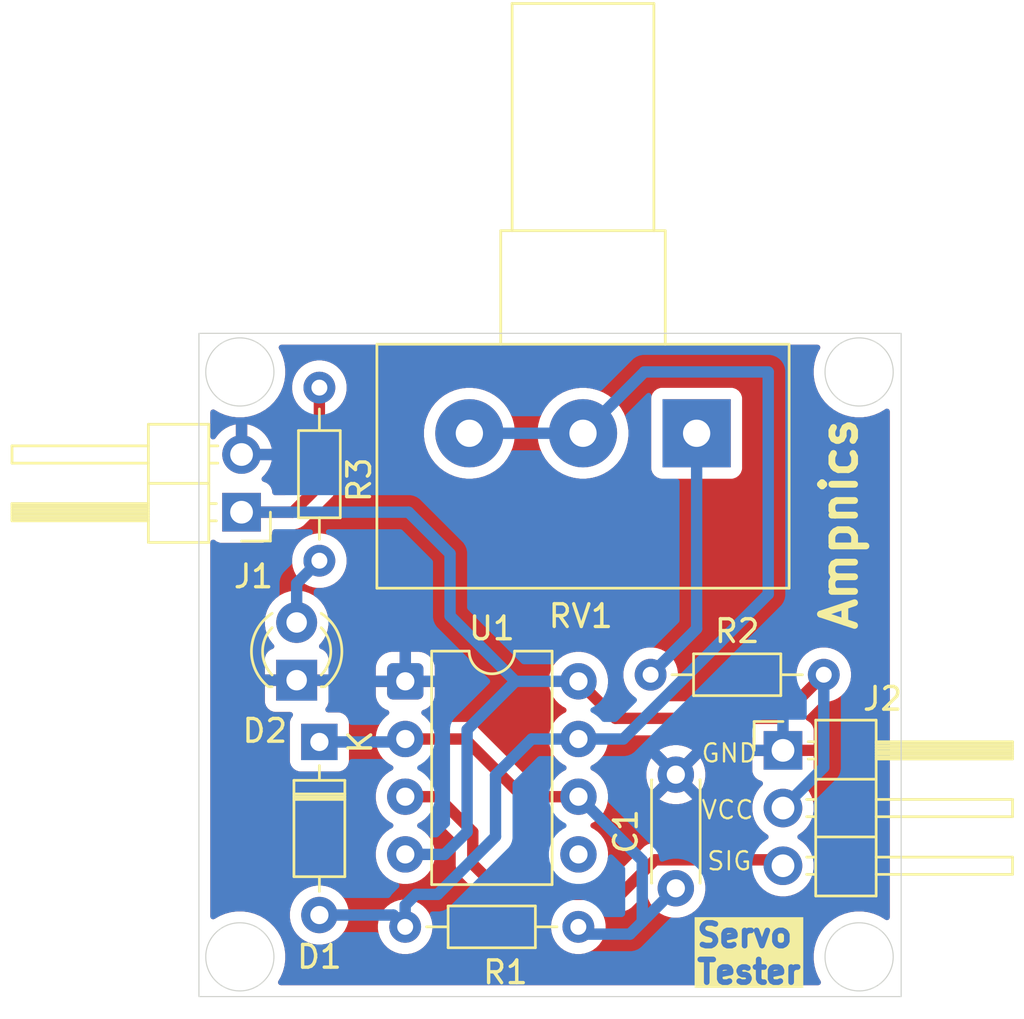
<source format=kicad_pcb>
(kicad_pcb (version 20241229) (generator "pcbnew") (generator_version "9.0")
  (layers (0 "F.Cu" signal) (2 "B.Cu" signal) (13 "F.Paste" user) (15 "B.Paste" user) (5 "F.SilkS" user "F.Silkscreen") (7 "B.SilkS" user "B.Silkscreen") (1 "F.Mask" user) (3 "B.Mask" user) (25 "Edge.Cuts" user))
  (net 0 "")
  (net 1 "GND")
  (net 2 "Net-(D1-A)")
  (net 3 "Net-(D2-A)")
  (net 4 "/VCC")
  (net 5 "/SIG")
  (net 7 "Net-(D1-K)")
  (net 8 "Net-(R2-Pad1)")
  (footprint "Resistor_THT:R_Axial_DIN0204_L3.6mm_D1.6mm_P7.62mm_Horizontal" (layer "F.Cu") (at 127.575 82.33)
    (property "Reference" "R2" (at 3.81 -1.92 0) (layer "F.SilkS"))
    (property "Value" "56K")
    (fp_line (start 0.94 0) (end 1.89 0) (stroke (width 0.12)) (layer "F.SilkS"))
    (fp_line (start 1.89 -0.92) (end 1.89 0.92) (stroke (width 0.12)) (layer "F.SilkS"))
    (fp_line (start 1.89 0.92) (end 5.73 0.92) (stroke (width 0.12)) (layer "F.SilkS"))
    (fp_line (start 5.73 -0.92) (end 1.89 -0.92) (stroke (width 0.12)) (layer "F.SilkS"))
    (fp_line (start 5.73 0.92) (end 5.73 -0.92) (stroke (width 0.12)) (layer "F.SilkS"))
    (fp_line (start 6.68 0) (end 5.73 0) (stroke (width 0.12)) (layer "F.SilkS"))
    (pad "1" thru_hole circle (at 0 0) (size 1.4 1.4) (drill 0.7) (layers "*.Cu" "*.Mask") (net 8 "Net-(R2-Pad1)"))
    (pad "2" thru_hole oval (at 7.62 0) (size 1.4 1.4) (drill 0.7) (layers "*.Cu" "*.Mask") (net 4 "/VCC"))
  )
  (footprint "Resistor_THT:R_Axial_DIN0204_L3.6mm_D1.6mm_P7.62mm_Horizontal" (layer "F.Cu") (at 113 69.69 -90)
    (property "Reference" "R3" (at 4.06 -1.75 90) (layer "F.SilkS"))
    (property "Value" "1K")
    (fp_line (start 1.89 0.92) (end 5.73 0.92) (stroke (width 0.12)) (layer "F.SilkS"))
    (fp_line (start 5.73 0.92) (end 5.73 -0.92) (stroke (width 0.12)) (layer "F.SilkS"))
    (fp_line (start 0.94 0) (end 1.89 0) (stroke (width 0.12)) (layer "F.SilkS"))
    (fp_line (start 6.68 0) (end 5.73 0) (stroke (width 0.12)) (layer "F.SilkS"))
    (fp_line (start 1.89 -0.92) (end 1.89 0.92) (stroke (width 0.12)) (layer "F.SilkS"))
    (fp_line (start 5.73 -0.92) (end 1.89 -0.92) (stroke (width 0.12)) (layer "F.SilkS"))
    (pad "1" thru_hole circle (at 0 0 270) (size 1.4 1.4) (drill 0.7) (layers "*.Cu" "*.Mask") (net 4 "/VCC"))
    (pad "2" thru_hole oval (at 7.62 0 270) (size 1.4 1.4) (drill 0.7) (layers "*.Cu" "*.Mask") (net 3 "Net-(D2-A)"))
  )
  (footprint "Capacitor_THT:C_Disc_D4.3mm_W1.9mm_P5.00mm" (layer "F.Cu") (at 128.685 91.73 90)
    (property "Reference" "C1" (at 2.5 -2.2 90) (layer "F.SilkS"))
    (property "Value" "22nF")
    (fp_line (start 4.77 -1.07) (end 4.77 -1.055) (stroke (width 0.12)) (layer "F.SilkS"))
    (fp_line (start 0.23 -1.07) (end 4.77 -1.07) (stroke (width 0.12)) (layer "F.SilkS"))
    (fp_line (start 0.23 -1.07) (end 0.23 -1.055) (stroke (width 0.12)) (layer "F.SilkS"))
    (fp_line (start 4.77 1.055) (end 4.77 1.07) (stroke (width 0.12)) (layer "F.SilkS"))
    (fp_line (start 0.23 1.055) (end 0.23 1.07) (stroke (width 0.12)) (layer "F.SilkS"))
    (fp_line (start 0.23 1.07) (end 4.77 1.07) (stroke (width 0.12)) (layer "F.SilkS"))
    (pad "1" thru_hole circle (at 0 0 90) (size 1.6 1.6) (drill 0.8) (layers "*.Cu" "*.Mask") (net 7 "Net-(D1-K)"))
    (pad "2" thru_hole circle (at 5 0 90) (size 1.6 1.6) (drill 0.8) (layers "*.Cu" "*.Mask") (net 1 "GND"))
  )
  (footprint "Connector_PinHeader_2.54mm:PinHeader_1x03_P2.54mm_Horizontal" (layer "F.Cu") (at 133.4 85.66)
    (property "Reference" "J2" (at 4.385 -2.27 0) (layer "F.SilkS"))
    (property "Value" "Conn_01x03_Pin")
    (fp_line (start -1.27 -1.27) (end 0 -1.27) (stroke (width 0.12)) (layer "F.SilkS"))
    (fp_line (start -1.27 0) (end -1.27 -1.27) (stroke (width 0.12)) (layer "F.SilkS"))
    (fp_line (start 1.042929 2.16) (end 1.44 2.16) (stroke (width 0.12)) (layer "F.SilkS"))
    (fp_line (start 1.042929 2.92) (end 1.44 2.92) (stroke (width 0.12)) (layer "F.SilkS"))
    (fp_line (start 1.042929 4.7) (end 1.44 4.7) (stroke (width 0.12)) (layer "F.SilkS"))
    (fp_line (start 1.042929 5.46) (end 1.44 5.46) (stroke (width 0.12)) (layer "F.SilkS"))
    (fp_line (start 1.11 -0.38) (end 1.44 -0.38) (stroke (width 0.12)) (layer "F.SilkS"))
    (fp_line (start 1.11 0.38) (end 1.44 0.38) (stroke (width 0.12)) (layer "F.SilkS"))
    (fp_line (start 1.44 -1.33) (end 1.44 6.41) (stroke (width 0.12)) (layer "F.SilkS"))
    (fp_line (start 1.44 1.27) (end 4.1 1.27) (stroke (width 0.12)) (layer "F.SilkS"))
    (fp_line (start 1.44 3.81) (end 4.1 3.81) (stroke (width 0.12)) (layer "F.SilkS"))
    (fp_line (start 1.44 6.41) (end 4.1 6.41) (stroke (width 0.12)) (layer "F.SilkS"))
    (fp_line (start 4.1 -1.33) (end 1.44 -1.33) (stroke (width 0.12)) (layer "F.SilkS"))
    (fp_line (start 4.1 -0.38) (end 10.1 -0.38) (stroke (width 0.12)) (layer "F.SilkS"))
    (fp_line (start 4.1 -0.32) (end 10.1 -0.32) (stroke (width 0.12)) (layer "F.SilkS"))
    (fp_line (start 4.1 -0.2) (end 10.1 -0.2) (stroke (width 0.12)) (layer "F.SilkS"))
    (fp_line (start 4.1 -0.08) (end 10.1 -0.08) (stroke (width 0.12)) (layer "F.SilkS"))
    (fp_line (start 4.1 0.04) (end 10.1 0.04) (stroke (width 0.12)) (layer "F.SilkS"))
    (fp_line (start 4.1 0.16) (end 10.1 0.16) (stroke (width 0.12)) (layer "F.SilkS"))
    (fp_line (start 4.1 0.28) (end 10.1 0.28) (stroke (width 0.12)) (layer "F.SilkS"))
    (fp_line (start 4.1 2.16) (end 10.1 2.16) (stroke (width 0.12)) (layer "F.SilkS"))
    (fp_line (start 4.1 4.7) (end 10.1 4.7) (stroke (width 0.12)) (layer "F.SilkS"))
    (fp_line (start 4.1 6.41) (end 4.1 -1.33) (stroke (width 0.12)) (layer "F.SilkS"))
    (fp_line (start 10.1 -0.38) (end 10.1 0.38) (stroke (width 0.12)) (layer "F.SilkS"))
    (fp_line (start 10.1 0.38) (end 4.1 0.38) (stroke (width 0.12)) (layer "F.SilkS"))
    (fp_line (start 10.1 2.16) (end 10.1 2.92) (stroke (width 0.12)) (layer "F.SilkS"))
    (fp_line (start 10.1 2.92) (end 4.1 2.92) (stroke (width 0.12)) (layer "F.SilkS"))
    (fp_line (start 10.1 4.7) (end 10.1 5.46) (stroke (width 0.12)) (layer "F.SilkS"))
    (fp_line (start 10.1 5.46) (end 4.1 5.46) (stroke (width 0.12)) (layer "F.SilkS"))
    (pad "1" thru_hole rect (at 0 0) (size 1.7 1.7) (drill 1) (layers "*.Cu" "*.Mask") (net 1 "GND"))
    (pad "2" thru_hole oval (at 0 2.54) (size 1.7 1.7) (drill 1) (layers "*.Cu" "*.Mask") (net 4 "/VCC"))
    (pad "3" thru_hole oval (at 0 5.08) (size 1.7 1.7) (drill 1) (layers "*.Cu" "*.Mask") (net 5 "/SIG"))
  )
  (footprint "Package_DIP:DIP-8_W7.62mm" (layer "F.Cu") (at 116.78 82.62)
    (property "Reference" "U1" (at 3.81 -2.33 0) (layer "F.SilkS"))
    (property "Value" "NE555P")
    (fp_line (start 1.16 -1.33) (end 1.16 8.95) (stroke (width 0.12)) (layer "F.SilkS"))
    (fp_line (start 1.16 8.95) (end 6.46 8.95) (stroke (width 0.12)) (layer "F.SilkS"))
    (fp_line (start 2.81 -1.33) (end 1.16 -1.33) (stroke (width 0.12)) (layer "F.SilkS"))
    (fp_line (start 6.46 -1.33) (end 4.81 -1.33) (stroke (width 0.12)) (layer "F.SilkS"))
    (fp_line (start 6.46 8.95) (end 6.46 -1.33) (stroke (width 0.12)) (layer "F.SilkS"))
    (fp_arc (start 4.81 -1.33) (mid 3.81 -0.33) (end 2.81 -1.33) (stroke (width 0.12)) (layer "F.SilkS"))
    (pad "1" thru_hole roundrect (at 0 0) (size 1.6 1.6) (drill 0.8) (layers "*.Cu" "*.Mask") (roundrect_rratio 0.15625) (net 1 "GND"))
    (pad "2" thru_hole circle (at 0 2.54) (size 1.6 1.6) (drill 0.8) (layers "*.Cu" "*.Mask") (net 7 "Net-(D1-K)"))
    (pad "3" thru_hole circle (at 0 5.08) (size 1.6 1.6) (drill 0.8) (layers "*.Cu" "*.Mask") (net 5 "/SIG"))
    (pad "4" thru_hole circle (at 0 7.62) (size 1.6 1.6) (drill 0.8) (layers "*.Cu" "*.Mask") (net 4 "/VCC"))
    (pad "5" thru_hole circle (at 7.62 7.62) (size 1.6 1.6) (drill 0.8) (layers "*.Cu" "*.Mask"))
    (pad "6" thru_hole circle (at 7.62 5.08) (size 1.6 1.6) (drill 0.8) (layers "*.Cu" "*.Mask") (net 7 "Net-(D1-K)"))
    (pad "7" thru_hole circle (at 7.62 2.54) (size 1.6 1.6) (drill 0.8) (layers "*.Cu" "*.Mask") (net 2 "Net-(D1-A)"))
    (pad "8" thru_hole circle (at 7.62 0) (size 1.6 1.6) (drill 0.8) (layers "*.Cu" "*.Mask") (net 4 "/VCC"))
  )
  (footprint "Resistor_THT:R_Axial_DIN0204_L3.6mm_D1.6mm_P7.62mm_Horizontal" (layer "F.Cu") (at 116.775 93.43)
    (property "Reference" "R1" (at 4.41 2 0) (layer "F.SilkS"))
    (property "Value" "3M3")
    (fp_line (start 0.94 0) (end 1.89 0) (stroke (width 0.12)) (layer "F.SilkS"))
    (fp_line (start 1.89 -0.92) (end 1.89 0.92) (stroke (width 0.12)) (layer "F.SilkS"))
    (fp_line (start 1.89 0.92) (end 5.73 0.92) (stroke (width 0.12)) (layer "F.SilkS"))
    (fp_line (start 5.73 -0.92) (end 1.89 -0.92) (stroke (width 0.12)) (layer "F.SilkS"))
    (fp_line (start 5.73 0.92) (end 5.73 -0.92) (stroke (width 0.12)) (layer "F.SilkS"))
    (fp_line (start 6.68 0) (end 5.73 0) (stroke (width 0.12)) (layer "F.SilkS"))
    (pad "1" thru_hole circle (at 0 0) (size 1.4 1.4) (drill 0.7) (layers "*.Cu" "*.Mask") (net 2 "Net-(D1-A)"))
    (pad "2" thru_hole oval (at 7.62 0) (size 1.4 1.4) (drill 0.7) (layers "*.Cu" "*.Mask") (net 7 "Net-(D1-K)"))
  )
  (footprint "LED_THT:LED_D3.0mm" (layer "F.Cu") (at 112 82.57 90)
    (property "Reference" "D2" (at -2.23 -1.4 180) (layer "F.SilkS"))
    (property "Value" "LED")
    (fp_line (start -0.29 -1.236) (end -0.29 -1.08) (stroke (width 0.12)) (layer "F.SilkS"))
    (fp_line (start -0.29 1.08) (end -0.29 1.236) (stroke (width 0.12)) (layer "F.SilkS"))
    (fp_arc (start -0.29 -1.235516) (mid 1.365624 -1.987701) (end 2.941397 -1.080061) (stroke (width 0.12)) (layer "F.SilkS"))
    (fp_arc (start 0.229039 -1.08) (mid 1.269964 -1.5) (end 2.31091 -1.080049) (stroke (width 0.12)) (layer "F.SilkS"))
    (fp_arc (start 2.31091 1.080049) (mid 1.269964 1.5) (end 0.229039 1.08) (stroke (width 0.12)) (layer "F.SilkS"))
    (fp_arc (start 2.941397 1.080061) (mid 1.365624 1.987701) (end -0.29 1.235516) (stroke (width 0.12)) (layer "F.SilkS"))
    (pad "1" thru_hole rect (at 0 0 90) (size 1.8 1.8) (drill 0.9) (layers "*.Cu" "*.Mask") (net 1 "GND"))
    (pad "2" thru_hole circle (at 2.54 0 90) (size 1.8 1.8) (drill 0.9) (layers "*.Cu" "*.Mask") (net 3 "Net-(D2-A)"))
  )
  (footprint "Diode_THT:D_DO-35_SOD27_P7.62mm_Horizontal" (layer "F.Cu") (at 113 85.29 -90)
    (property "Reference" "D1" (at 9.46 0 180) (layer "F.SilkS"))
    (property "Value" "1N4148")
    (fp_line (start 1.69 1.12) (end 5.93 1.12) (stroke (width 0.12)) (layer "F.SilkS"))
    (fp_line (start 5.93 1.12) (end 5.93 -1.12) (stroke (width 0.12)) (layer "F.SilkS"))
    (fp_line (start 1.04 0) (end 1.69 0) (stroke (width 0.12)) (layer "F.SilkS"))
    (fp_line (start 6.58 0) (end 5.93 0) (stroke (width 0.12)) (layer "F.SilkS"))
    (fp_line (start 1.69 -1.12) (end 1.69 1.12) (stroke (width 0.12)) (layer "F.SilkS"))
    (fp_line (start 2.29 -1.12) (end 2.29 1.12) (stroke (width 0.12)) (layer "F.SilkS"))
    (fp_line (start 2.41 -1.12) (end 2.41 1.12) (stroke (width 0.12)) (layer "F.SilkS"))
    (fp_line (start 2.53 -1.12) (end 2.53 1.12) (stroke (width 0.12)) (layer "F.SilkS"))
    (fp_line (start 5.93 -1.12) (end 1.69 -1.12) (stroke (width 0.12)) (layer "F.SilkS"))
    (fp_text user "K" (at 0 -1.8 90) (layer "F.SilkS"))
    (pad "1" thru_hole rect (at 0 0 270) (size 1.6 1.6) (drill 0.8) (layers "*.Cu" "*.Mask") (net 7 "Net-(D1-K)"))
    (pad "2" thru_hole oval (at 7.62 0 270) (size 1.6 1.6) (drill 0.8) (layers "*.Cu" "*.Mask") (net 2 "Net-(D1-A)"))
  )
  (footprint "Connector_PinHeader_2.54mm:PinHeader_1x02_P2.54mm_Horizontal" (layer "F.Cu") (at 109.575 75.175 180)
    (property "Reference" "J1" (at -0.525 -2.825 0) (layer "F.SilkS"))
    (property "Value" "Conn_01x02_Pin")
    (fp_line (start 10.1 2.92) (end 4.1 2.92) (stroke (width 0.12)) (layer "F.SilkS"))
    (fp_line (start 10.1 2.16) (end 10.1 2.92) (stroke (width 0.12)) (layer "F.SilkS"))
    (fp_line (start 10.1 0.38) (end 4.1 0.38) (stroke (width 0.12)) (layer "F.SilkS"))
    (fp_line (start 10.1 -0.38) (end 10.1 0.38) (stroke (width 0.12)) (layer "F.SilkS"))
    (fp_line (start 4.1 3.87) (end 4.1 -1.33) (stroke (width 0.12)) (layer "F.SilkS"))
    (fp_line (start 4.1 2.16) (end 10.1 2.16) (stroke (width 0.12)) (layer "F.SilkS"))
    (fp_line (start 4.1 0.28) (end 10.1 0.28) (stroke (width 0.12)) (layer "F.SilkS"))
    (fp_line (start 4.1 0.16) (end 10.1 0.16) (stroke (width 0.12)) (layer "F.SilkS"))
    (fp_line (start 4.1 0.04) (end 10.1 0.04) (stroke (width 0.12)) (layer "F.SilkS"))
    (fp_line (start 4.1 -0.08) (end 10.1 -0.08) (stroke (width 0.12)) (layer "F.SilkS"))
    (fp_line (start 4.1 -0.2) (end 10.1 -0.2) (stroke (width 0.12)) (layer "F.SilkS"))
    (fp_line (start 4.1 -0.32) (end 10.1 -0.32) (stroke (width 0.12)) (layer "F.SilkS"))
    (fp_line (start 4.1 -0.38) (end 10.1 -0.38) (stroke (width 0.12)) (layer "F.SilkS"))
    (fp_line (start 4.1 -1.33) (end 1.44 -1.33) (stroke (width 0.12)) (layer "F.SilkS"))
    (fp_line (start 1.44 3.87) (end 4.1 3.87) (stroke (width 0.12)) (layer "F.SilkS"))
    (fp_line (start 1.44 1.27) (end 4.1 1.27) (stroke (width 0.12)) (layer "F.SilkS"))
    (fp_line (start 1.44 -1.33) (end 1.44 3.87) (stroke (width 0.12)) (layer "F.SilkS"))
    (fp_line (start 1.11 0.38) (end 1.44 0.38) (stroke (width 0.12)) (layer "F.SilkS"))
    (fp_line (start 1.11 -0.38) (end 1.44 -0.38) (stroke (width 0.12)) (layer "F.SilkS"))
    (fp_line (start 1.042929 2.92) (end 1.44 2.92) (stroke (width 0.12)) (layer "F.SilkS"))
    (fp_line (start 1.042929 2.16) (end 1.44 2.16) (stroke (width 0.12)) (layer "F.SilkS"))
    (fp_line (start -1.27 0) (end -1.27 -1.27) (stroke (width 0.12)) (layer "F.SilkS"))
    (fp_line (start -1.27 -1.27) (end 0 -1.27) (stroke (width 0.12)) (layer "F.SilkS"))
    (pad "1" thru_hole rect (at 0 0 180) (size 1.7 1.7) (drill 1) (layers "*.Cu" "*.Mask") (net 4 "/VCC"))
    (pad "2" thru_hole oval (at 0 2.54 180) (size 1.7 1.7) (drill 1) (layers "*.Cu" "*.Mask") (net 1 "GND"))
  )
  (footprint "Potentiometer_THT:Potentiometer_Alps_RK163_Single_Horizontal" (layer "F.Cu") (at 129.6 71.7 -90)
    (property "Reference" "RV1" (at 8.05 5.1 0) (layer "F.SilkS"))
    (property "Value" "100K")
    (fp_line (start -3.92 14.07) (end -3.92 -4.07) (stroke (width 0.12)) (layer "F.SilkS"))
    (fp_line (start 6.82 14.07) (end -3.92 14.07) (stroke (width 0.12)) (layer "F.SilkS"))
    (fp_line (start 6.82 14.07) (end 6.82 -4.07) (stroke (width 0.12)) (layer "F.SilkS"))
    (fp_line (start -8.92 8.62) (end -8.92 1.38) (stroke (width 0.12)) (layer "F.SilkS"))
    (fp_line (start -3.92 8.62) (end -8.92 8.62) (stroke (width 0.12)) (layer "F.SilkS"))
    (fp_line (start -18.92 8.12) (end -18.92 1.88) (stroke (width 0.12)) (layer "F.SilkS"))
    (fp_line (start -8.92 8.12) (end -18.92 8.12) (stroke (width 0.12)) (layer "F.SilkS"))
    (fp_line (start -8.92 1.88) (end -18.92 1.88) (stroke (width 0.12)) (layer "F.SilkS"))
    (fp_line (start -3.92 1.38) (end -8.92 1.38) (stroke (width 0.12)) (layer "F.SilkS"))
    (fp_line (start 6.82 -4.07) (end -3.92 -4.07) (stroke (width 0.12)) (layer "F.SilkS"))
    (pad "1" thru_hole rect (at 0 0 90) (size 3 3) (drill 1.2) (layers "*.Cu" "*.Mask") (net 8 "Net-(R2-Pad1)"))
    (pad "2" thru_hole circle (at 0 5 90) (size 3 3) (drill 1.2) (layers "*.Cu" "*.Mask") (net 2 "Net-(D1-A)"))
    (pad "3" thru_hole circle (at 0 10 90) (size 3 3) (drill 1.2) (layers "*.Cu" "*.Mask") (net 2 "Net-(D1-A)"))
  )
  (gr_circle (center 136.75 94.75) (end 135.25 94.75) (stroke (width 0.05)) (fill no) (layer "Edge.Cuts"))
  (gr_circle (center 109.5 94.75) (end 108 94.75) (stroke (width 0.05)) (fill no) (layer "Edge.Cuts"))
  (gr_circle (center 136.75 69) (end 135.25 69) (stroke (width 0.05)) (fill no) (layer "Edge.Cuts"))
  (gr_circle (center 109.5 69) (end 108 69) (stroke (width 0.05)) (fill no) (layer "Edge.Cuts"))
  (gr_rect (start 107.7 67.3) (end 138.6 96.5) (stroke (width 0.05)) (fill no) (layer "Edge.Cuts"))
  (gr_text "VCC" (at 129.75 88.75 0) (layer "F.SilkS") (effects (font (size 0.8 0.8) (thickness 0.1)) (justify left bottom)))
  (gr_text "Servo\nTester" (at 129.5 96 0) (layer "F.SilkS" knockout) (effects (font (size 1 1) (thickness 0.25) (bold yes)) (justify left bottom)))
  (gr_text "SIG" (at 130 91 0) (layer "F.SilkS") (effects (font (size 0.8 0.8) (thickness 0.1)) (justify left bottom)))
  (gr_text "Ampnics" (at 136.75 80.5 90) (layer "F.SilkS") (effects (font (size 1.5 1.5) (thickness 0.3) (bold yes)) (justify left bottom)))
  (gr_text "GND" (at 129.75 86.25 0) (layer "F.SilkS") (effects (font (size 0.8 0.8) (thickness 0.1)) (justify left bottom)))
  (segment (start 116.775 92.475) (end 116.775 93.43) (width 0.5) (layer "B.Cu") (net 2))
  (segment (start 120.75 86.75) (end 120.75 89.455) (width 0.5) (layer "B.Cu") (net 2))
  (segment (start 117.25 92) (end 116.775 92.475) (width 0.5) (layer "B.Cu") (net 2))
  (segment (start 122.34 85.16) (end 120.75 86.75) (width 0.5) (layer "B.Cu") (net 2))
  (segment (start 124.6 71.7) (end 127.3 69) (width 0.5) (layer "B.Cu") (net 2))
  (segment (start 113 92.91) (end 116.255 92.91) (width 0.5) (layer "B.Cu") (net 2))
  (segment (start 120.75 89.455) (end 118.205 92) (width 0.5) (layer "B.Cu") (net 2))
  (segment (start 116.255 92.91) (end 116.775 93.43) (width 0.5) (layer "B.Cu") (net 2))
  (segment (start 132.75 78.78276) (end 126.37276 85.16) (width 0.5) (layer "B.Cu") (net 2))
  (segment (start 118.205 92) (end 117.25 92) (width 0.5) (layer "B.Cu") (net 2))
  (segment (start 124.6 71.7) (end 119.6 71.7) (width 0.5) (layer "B.Cu") (net 2))
  (segment (start 127.3 69) (end 132.75 69) (width 0.5) (layer "B.Cu") (net 2))
  (segment (start 126.37276 85.16) (end 124.4 85.16) (width 0.5) (layer "B.Cu") (net 2))
  (segment (start 132.75 69) (end 132.75 78.78276) (width 0.5) (layer "B.Cu") (net 2))
  (segment (start 124.4 85.16) (end 122.34 85.16) (width 0.5) (layer "B.Cu") (net 2))
  (segment (start 112 78.31) (end 113 77.31) (width 0.5) (layer "B.Cu") (net 3))
  (segment (start 112 80.03) (end 112 78.31) (width 0.5) (layer "B.Cu") (net 3))
  (segment (start 113 69.69) (end 113 74) (width 0.5) (layer "F.Cu") (net 4))
  (segment (start 135.195 82.33) (end 133.275 84.25) (width 0.5) (layer "F.Cu") (net 4))
  (segment (start 113 74) (end 111.825 75.175) (width 0.5) (layer "F.Cu") (net 4))
  (segment (start 126.03 84.25) (end 124.4 82.62) (width 0.5) (layer "F.Cu") (net 4))
  (segment (start 111.825 75.175) (end 109.575 75.175) (width 0.5) (layer "F.Cu") (net 4))
  (segment (start 133.275 84.25) (end 126.03 84.25) (width 0.5) (layer "F.Cu") (net 4))
  (segment (start 135.195 82.33) (end 135.195 86.405) (width 0.5) (layer "B.Cu") (net 4))
  (segment (start 109.575 75.175) (end 116.925 75.175) (width 0.5) (layer "B.Cu") (net 4))
  (segment (start 135.195 86.405) (end 133.4 88.2) (width 0.5) (layer "B.Cu") (net 4))
  (segment (start 121.63 82.62) (end 119.5 84.75) (width 0.5) (layer "B.Cu") (net 4))
  (segment (start 124.4 82.62) (end 121.63 82.62) (width 0.5) (layer "B.Cu") (net 4))
  (segment (start 119.5 89.25) (end 118.51 90.24) (width 0.5) (layer "B.Cu") (net 4))
  (segment (start 119.5 84.75) (end 119.5 89.25) (width 0.5) (layer "B.Cu") (net 4))
  (segment (start 118.75 77) (end 118.75 79.74) (width 0.5) (layer "B.Cu") (net 4))
  (segment (start 116.925 75.175) (end 118.75 77) (width 0.5) (layer "B.Cu") (net 4))
  (segment (start 118.51 90.24) (end 116.78 90.24) (width 0.5) (layer "B.Cu") (net 4))
  (segment (start 118.75 79.74) (end 121.63 82.62) (width 0.5) (layer "B.Cu") (net 4))
  (segment (start 118.2 87.7) (end 116.78 87.7) (width 0.5) (layer "F.Cu") (net 5))
  (segment (start 121.08 92) (end 119.75 90.67) (width 0.5) (layer "F.Cu") (net 5))
  (segment (start 127.771 90.479) (end 126.25 92) (width 0.5) (layer "F.Cu") (net 5))
  (segment (start 133.4 90.74) (end 133.139 90.479) (width 0.5) (layer "F.Cu") (net 5))
  (segment (start 126.25 92) (end 121.08 92) (width 0.5) (layer "F.Cu") (net 5))
  (segment (start 119.75 90.67) (end 119.75 89.25) (width 0.5) (layer "F.Cu") (net 5))
  (segment (start 133.139 90.479) (end 127.771 90.479) (width 0.5) (layer "F.Cu") (net 5))
  (segment (start 119.75 89.25) (end 118.2 87.7) (width 0.5) (layer "F.Cu") (net 5))
  (segment (start 119.41 85.16) (end 116.78 85.16) (width 0.5) (layer "F.Cu") (net 7))
  (segment (start 121.95 87.7) (end 119.41 85.16) (width 0.5) (layer "F.Cu") (net 7))
  (segment (start 124.4 87.7) (end 121.95 87.7) (width 0.5) (layer "F.Cu") (net 7))
  (segment (start 124.715 93.75) (end 124.395 93.43) (width 0.5) (layer "B.Cu") (net 7))
  (segment (start 127.2075 90.5075) (end 127.2075 93.2075) (width 0.5) (layer "B.Cu") (net 7))
  (segment (start 126.665 93.75) (end 124.715 93.75) (width 0.5) (layer "B.Cu") (net 7))
  (segment (start 127.2075 93.2075) (end 126.665 93.75) (width 0.5) (layer "B.Cu") (net 7))
  (segment (start 113 85.29) (end 116.65 85.29) (width 0.5) (layer "B.Cu") (net 7))
  (segment (start 124.4 87.7) (end 127.2075 90.5075) (width 0.5) (layer "B.Cu") (net 7))
  (segment (start 128.685 91.73) (end 127.2075 93.2075) (width 0.5) (layer "B.Cu") (net 7))
  (segment (start 116.65 85.29) (end 116.78 85.16) (width 0.5) (layer "B.Cu") (net 7))
  (segment (start 129.6 71.7) (end 129.6 80.305) (width 0.5) (layer "B.Cu") (net 8))
  (segment (start 129.6 80.305) (end 127.575 82.33) (width 0.5) (layer "B.Cu") (net 8))
  (zone (net 1) (net_name "GND") (layers "F.Cu" "B.Cu") (connect_pads (clearance 0.5)) (min_thickness 0.25) (fill yes (thermal_gap 0.5) (thermal_bridge_width 0.5))
    (polygon (pts (xy 139.5 66.5) (xy 139.5 97.5) (xy 106.75 97.5) (xy 106.75 66.5)))
  )
)
</source>
